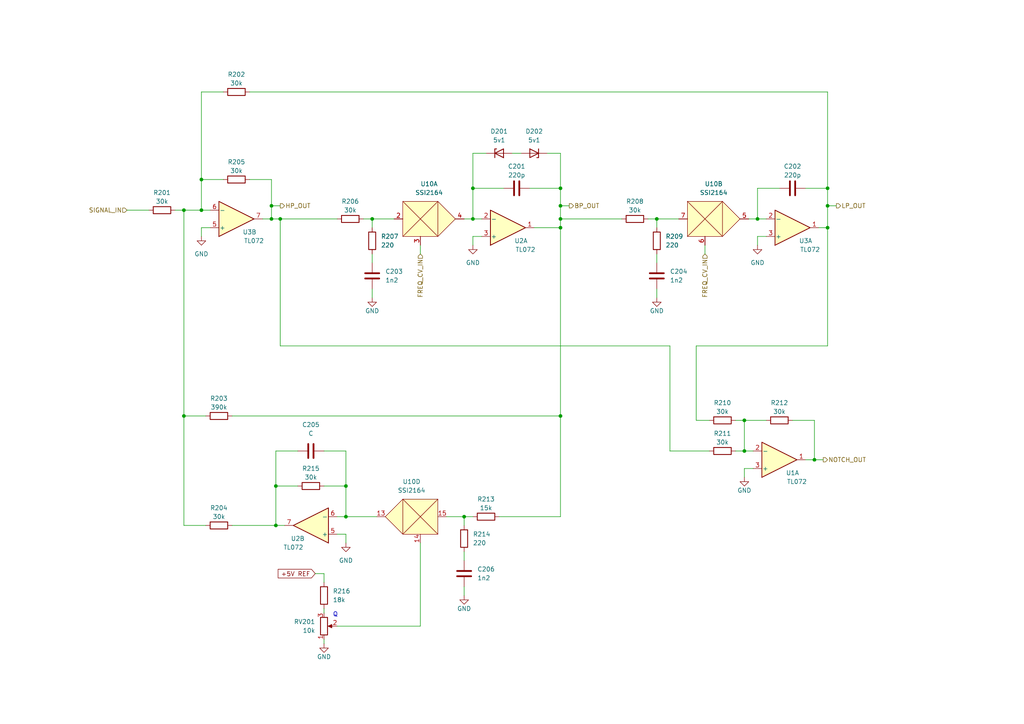
<source format=kicad_sch>
(kicad_sch (version 20211123) (generator eeschema)
  (paper "A4")
  (title_block (title "Josh Ox Ribbon Synth VCF/VCA board") (date "2022-06-16") (rev "0") (comment 1 "creativecommons.org/licenses/by/4.0/") (comment 2 "License: CC by 4.0") (comment 3 "Author: Jordan Aceto"))
  (lib_symbols
    (symbol "Amplifier_Operational:TL072" (pin_names (offset 0.127))
      (property "Reference" "U" (at 0 5.08 0))
      (property "Value" "TL072" (at 0 -5.08 0))
      (symbol "TL072_1_1"
        (polyline (pts (xy -5.08 5.08) (xy 5.08 0) (xy -5.08 -5.08) (xy -5.08 5.08)) (stroke (width 0.254)) (fill (type background)))
        (pin output line (at 7.62 0 180) (length 2.54) (name "~") (number "1"))
        (pin input line (at -7.62 -2.54 0) (length 2.54) (name "-") (number "2"))
        (pin input line (at -7.62 2.54 0) (length 2.54) (name "+") (number "3"))
      )
      (symbol "TL072_2_1"
        (polyline (pts (xy -5.08 5.08) (xy 5.08 0) (xy -5.08 -5.08) (xy -5.08 5.08)) (stroke (width 0.254)) (fill (type background)))
        (pin input line (at -7.62 2.54 0) (length 2.54) (name "+") (number "5"))
        (pin input line (at -7.62 -2.54 0) (length 2.54) (name "-") (number "6"))
        (pin output line (at 7.62 0 180) (length 2.54) (name "~") (number "7"))
      )
      (symbol "TL072_3_1"
        (pin power_in line (at -2.54 -7.62 90) (length 3.81) (name "V-") (number "4"))
        (pin power_in line (at -2.54 7.62 270) (length 3.81) (name "V+") (number "8"))
      )
    )
    (symbol "Device:C" (pin_numbers hide) (pin_names (offset 0.254))
      (property "Reference" "C" (at 0.635 2.54 0))
      (property "Value" "C" (at 0.635 -2.54 0))
      (symbol "C_0_1"
        (polyline (pts (xy -2.032 -0.762) (xy 2.032 -0.762)) (stroke (width 0.508)))
        (polyline (pts (xy -2.032 0.762) (xy 2.032 0.762)) (stroke (width 0.508)))
      )
      (symbol "C_1_1"
        (pin passive line (at 0 3.81 270) (length 2.794) (name "~") (number "1"))
        (pin passive line (at 0 -3.81 90) (length 2.794) (name "~") (number "2"))
      )
    )
    (symbol "Device:D_Zener" (pin_numbers hide) (pin_names (offset 1.016) hide)
      (property "Reference" "D" (at 0 2.54 0))
      (property "Value" "D_Zener" (at 0 -2.54 0))
      (symbol "D_Zener_0_1"
        (polyline (pts (xy 1.27 0) (xy -1.27 0)))
        (polyline (pts (xy -1.27 -1.27) (xy -1.27 1.27) (xy -0.762 1.27)) (stroke (width 0.254)))
        (polyline (pts (xy 1.27 -1.27) (xy 1.27 1.27) (xy -1.27 0) (xy 1.27 -1.27)) (stroke (width 0.254)))
      )
      (symbol "D_Zener_1_1"
        (pin passive line (at -3.81 0 0) (length 2.54) (name "K") (number "1"))
        (pin passive line (at 3.81 0 180) (length 2.54) (name "A") (number "2"))
      )
    )
    (symbol "Device:R" (pin_numbers hide) (pin_names (offset 0))
      (property "Reference" "R" (at 2.032 0 90))
      (property "Value" "R" (at 0 0 90))
      (symbol "R_0_1"
        (rectangle (start -1.016 -2.54) (end 1.016 2.54) (stroke (width 0.254)))
      )
      (symbol "R_1_1"
        (pin passive line (at 0 3.81 270) (length 1.27) (name "~") (number "1"))
        (pin passive line (at 0 -3.81 90) (length 1.27) (name "~") (number "2"))
      )
    )
    (symbol "Device:R_Potentiometer" (pin_names (offset 1.016) hide)
      (property "Reference" "RV" (at -4.445 0 90))
      (property "Value" "R_Potentiometer" (at -2.54 0 90))
      (symbol "R_Potentiometer_0_1"
        (polyline (pts (xy 2.54 0) (xy 1.524 0)))
        (polyline (pts (xy 1.143 0) (xy 2.286 0.508) (xy 2.286 -0.508) (xy 1.143 0)) (fill (type outline)))
        (rectangle (start 1.016 2.54) (end -1.016 -2.54) (stroke (width 0.254)))
      )
      (symbol "R_Potentiometer_1_1"
        (pin passive line (at 0 3.81 270) (length 1.27) (name "1") (number "1"))
        (pin passive line (at 3.81 0 180) (length 1.27) (name "2") (number "2"))
        (pin passive line (at 0 -3.81 90) (length 1.27) (name "3") (number "3"))
      )
    )
    (symbol "custom_symbols:SSI2164" (pin_names (offset 1.016))
      (property "Reference" "U?" (at 0 10.16 0))
      (property "Value" "SSI2164" (at 0 7.62 0))
      (symbol "SSI2164_1_1"
        (rectangle (start -5.08 5.08) (end 5.08 -5.08) (fill (type background)))
        (polyline (pts (xy 5.08 5.08) (xy -5.08 -5.08)))
        (polyline (pts (xy 5.08 5.08) (xy 10.16 0) (xy 5.08 -5.08) (xy -5.08 5.08)) (fill (type background)))
        (pin input line (at -7.62 0 0) (length 2.54) (name "~") (number "2"))
        (pin input line (at 0 -7.62 90) (length 2.54) (name "~") (number "3"))
        (pin output line (at 12.7 0 180) (length 2.54) (name "~") (number "4"))
      )
      (symbol "SSI2164_2_1"
        (rectangle (start -5.08 5.08) (end 5.08 -5.08) (fill (type background)))
        (polyline (pts (xy 5.08 5.08) (xy -5.08 -5.08)))
        (polyline (pts (xy 5.08 5.08) (xy 10.16 0) (xy 5.08 -5.08) (xy -5.08 5.08)) (fill (type background)))
        (pin output line (at 12.7 0 180) (length 2.54) (name "~") (number "5"))
        (pin input line (at 0 -7.62 90) (length 2.54) (name "~") (number "6"))
        (pin input line (at -7.62 0 0) (length 2.54) (name "~") (number "7"))
      )
      (symbol "SSI2164_3_1"
        (rectangle (start -5.08 5.08) (end 5.08 -5.08) (fill (type background)))
        (polyline (pts (xy 5.08 5.08) (xy -5.08 -5.08)))
        (polyline (pts (xy 5.08 5.08) (xy 10.16 0) (xy 5.08 -5.08) (xy -5.08 5.08)) (fill (type background)))
        (pin input line (at -7.62 0 0) (length 2.54) (name "~") (number "10"))
        (pin input line (at 0 -7.62 90) (length 2.54) (name "~") (number "11"))
        (pin output line (at 12.7 0 180) (length 2.54) (name "~") (number "12"))
      )
      (symbol "SSI2164_4_1"
        (rectangle (start -5.08 5.08) (end 5.08 -5.08) (fill (type background)))
        (polyline (pts (xy 5.08 5.08) (xy -5.08 -5.08)))
        (polyline (pts (xy 5.08 5.08) (xy 10.16 0) (xy 5.08 -5.08) (xy -5.08 5.08)) (fill (type background)))
        (pin output line (at 12.7 0 180) (length 2.54) (name "~") (number "13"))
        (pin input line (at 0 -7.62 90) (length 2.54) (name "~") (number "14"))
        (pin input line (at -7.62 0 0) (length 2.54) (name "~") (number "15"))
      )
      (symbol "SSI2164_5_1"
        (pin input line (at 2.54 -10.16 180) (length 2.54) (name "mode") (number "1"))
        (pin power_in line (at 2.54 5.08 180) (length 2.54) (name "V+") (number "16"))
        (pin power_in line (at 2.54 0 180) (length 2.54) (name "gnd") (number "8"))
        (pin power_in line (at 2.54 -5.08 180) (length 2.54) (name "V-") (number "9"))
      )
    )
    (symbol "power:GND" (power) (pin_names (offset 0))
      (property "Value" "GND" (at 0 -3.81 0))
      (symbol "GND_0_1"
        (polyline (pts (xy 0 0) (xy 0 -1.27) (xy 1.27 -1.27) (xy 0 -2.54) (xy -1.27 -1.27) (xy 0 -1.27)))
      )
      (symbol "GND_1_1"
        (pin power_in line (at 0 0 270) (length 0) hide (name "GND") (number "1"))
      )
    )
  )
  (junction (at 78.74 63.5))
  (junction (at 58.42 60.96))
  (junction (at 80.01 152.4))
  (junction (at 107.95 63.5))
  (junction (at 162.56 63.5))
  (junction (at 215.9 121.92))
  (junction (at 215.9 130.81))
  (junction (at 240.03 66.04))
  (junction (at 162.56 66.04))
  (junction (at 100.33 149.86))
  (junction (at 81.28 63.5))
  (junction (at 58.42 52.07))
  (junction (at 80.01 140.97))
  (junction (at 134.62 149.86))
  (junction (at 162.56 54.61))
  (junction (at 162.56 120.65))
  (junction (at 240.03 59.69))
  (junction (at 100.33 140.97))
  (junction (at 240.03 54.61))
  (junction (at 78.74 59.69))
  (junction (at 190.5 63.5))
  (junction (at 137.16 63.5))
  (junction (at 236.22 133.35))
  (junction (at 162.56 59.69))
  (junction (at 53.34 120.65))
  (junction (at 53.34 60.96))
  (junction (at 219.71 63.5))
  (junction (at 137.16 54.61))
  (wire (pts (xy 190.5 73.66) (xy 190.5 76.2)))
  (wire (pts (xy 78.74 59.69) (xy 81.28 59.69)))
  (wire (pts (xy 153.67 54.61) (xy 162.56 54.61)))
  (wire (pts (xy 129.54 149.86) (xy 134.62 149.86)))
  (wire (pts (xy 162.56 44.45) (xy 162.56 54.61)))
  (wire (pts (xy 162.56 66.04) (xy 162.56 63.5)))
  (wire (pts (xy 58.42 68.58) (xy 58.42 66.04)))
  (wire (pts (xy 219.71 54.61) (xy 226.06 54.61)))
  (wire (pts (xy 137.16 54.61) (xy 146.05 54.61)))
  (wire (pts (xy 162.56 120.65) (xy 162.56 149.86)))
  (wire (pts (xy 236.22 133.35) (xy 238.76 133.35)))
  (wire (pts (xy 58.42 60.96) (xy 58.42 52.07)))
  (wire (pts (xy 97.79 181.61) (xy 121.92 181.61)))
  (wire (pts (xy 78.74 63.5) (xy 81.28 63.5)))
  (wire (pts (xy 58.42 26.67) (xy 58.42 52.07)))
  (wire (pts (xy 36.83 60.96) (xy 43.18 60.96)))
  (wire (pts (xy 53.34 120.65) (xy 59.69 120.65)))
  (wire (pts (xy 134.62 149.86) (xy 137.16 149.86)))
  (wire (pts (xy 240.03 54.61) (xy 240.03 26.67)))
  (wire (pts (xy 233.68 133.35) (xy 236.22 133.35)))
  (wire (pts (xy 222.25 63.5) (xy 219.71 63.5)))
  (wire (pts (xy 107.95 63.5) (xy 114.3 63.5)))
  (wire (pts (xy 201.93 121.92) (xy 201.93 100.33)))
  (wire (pts (xy 80.01 152.4) (xy 67.31 152.4)))
  (wire (pts (xy 215.9 121.92) (xy 222.25 121.92)))
  (wire (pts (xy 107.95 66.04) (xy 107.95 63.5)))
  (wire (pts (xy 107.95 73.66) (xy 107.95 76.2)))
  (wire (pts (xy 217.17 63.5) (xy 219.71 63.5)))
  (wire (pts (xy 215.9 135.89) (xy 218.44 135.89)))
  (wire (pts (xy 134.62 160.02) (xy 134.62 162.56)))
  (wire (pts (xy 58.42 60.96) (xy 60.96 60.96)))
  (wire (pts (xy 53.34 120.65) (xy 53.34 152.4)))
  (wire (pts (xy 134.62 170.18) (xy 134.62 172.72)))
  (wire (pts (xy 78.74 52.07) (xy 72.39 52.07)))
  (wire (pts (xy 78.74 63.5) (xy 78.74 59.69)))
  (wire (pts (xy 139.7 63.5) (xy 137.16 63.5)))
  (wire (pts (xy 190.5 83.82) (xy 190.5 86.36)))
  (wire (pts (xy 213.36 130.81) (xy 215.9 130.81)))
  (wire (pts (xy 93.98 176.53) (xy 93.98 177.8)))
  (wire (pts (xy 134.62 63.5) (xy 137.16 63.5)))
  (wire (pts (xy 59.69 152.4) (xy 53.34 152.4)))
  (wire (pts (xy 190.5 63.5) (xy 196.85 63.5)))
  (wire (pts (xy 219.71 71.12) (xy 219.71 68.58)))
  (wire (pts (xy 80.01 140.97) (xy 86.36 140.97)))
  (wire (pts (xy 100.33 157.48) (xy 100.33 154.94)))
  (wire (pts (xy 107.95 63.5) (xy 105.41 63.5)))
  (wire (pts (xy 137.16 71.12) (xy 137.16 68.58)))
  (wire (pts (xy 81.28 63.5) (xy 97.79 63.5)))
  (wire (pts (xy 121.92 157.48) (xy 121.92 181.61)))
  (wire (pts (xy 205.74 121.92) (xy 201.93 121.92)))
  (wire (pts (xy 233.68 54.61) (xy 240.03 54.61)))
  (wire (pts (xy 162.56 66.04) (xy 162.56 120.65)))
  (wire (pts (xy 100.33 140.97) (xy 93.98 140.97)))
  (wire (pts (xy 76.2 63.5) (xy 78.74 63.5)))
  (wire (pts (xy 236.22 133.35) (xy 236.22 121.92)))
  (wire (pts (xy 80.01 152.4) (xy 80.01 140.97)))
  (wire (pts (xy 190.5 63.5) (xy 187.96 63.5)))
  (wire (pts (xy 97.79 149.86) (xy 100.33 149.86)))
  (wire (pts (xy 93.98 166.37) (xy 93.98 168.91)))
  (wire (pts (xy 100.33 149.86) (xy 109.22 149.86)))
  (wire (pts (xy 190.5 66.04) (xy 190.5 63.5)))
  (wire (pts (xy 58.42 26.67) (xy 64.77 26.67)))
  (wire (pts (xy 121.92 71.12) (xy 121.92 73.66)))
  (wire (pts (xy 215.9 135.89) (xy 215.9 138.43)))
  (wire (pts (xy 58.42 52.07) (xy 64.77 52.07)))
  (wire (pts (xy 78.74 59.69) (xy 78.74 52.07)))
  (wire (pts (xy 82.55 152.4) (xy 80.01 152.4)))
  (wire (pts (xy 100.33 149.86) (xy 100.33 140.97)))
  (wire (pts (xy 137.16 44.45) (xy 137.16 54.61)))
  (wire (pts (xy 97.79 154.94) (xy 100.33 154.94)))
  (wire (pts (xy 81.28 63.5) (xy 81.28 100.33)))
  (wire (pts (xy 215.9 130.81) (xy 218.44 130.81)))
  (wire (pts (xy 67.31 120.65) (xy 162.56 120.65)))
  (wire (pts (xy 240.03 59.69) (xy 240.03 66.04)))
  (wire (pts (xy 219.71 68.58) (xy 222.25 68.58)))
  (wire (pts (xy 162.56 59.69) (xy 165.1 59.69)))
  (wire (pts (xy 107.95 83.82) (xy 107.95 86.36)))
  (wire (pts (xy 100.33 130.81) (xy 100.33 140.97)))
  (wire (pts (xy 148.59 44.45) (xy 151.13 44.45)))
  (wire (pts (xy 162.56 59.69) (xy 162.56 54.61)))
  (wire (pts (xy 162.56 149.86) (xy 144.78 149.86)))
  (wire (pts (xy 194.31 130.81) (xy 205.74 130.81)))
  (wire (pts (xy 215.9 130.81) (xy 215.9 121.92)))
  (wire (pts (xy 194.31 100.33) (xy 194.31 130.81)))
  (wire (pts (xy 240.03 54.61) (xy 240.03 59.69)))
  (wire (pts (xy 240.03 59.69) (xy 242.57 59.69)))
  (wire (pts (xy 137.16 68.58) (xy 139.7 68.58)))
  (wire (pts (xy 204.47 71.12) (xy 204.47 73.66)))
  (wire (pts (xy 72.39 26.67) (xy 240.03 26.67)))
  (wire (pts (xy 154.94 66.04) (xy 162.56 66.04)))
  (wire (pts (xy 58.42 66.04) (xy 60.96 66.04)))
  (wire (pts (xy 93.98 130.81) (xy 100.33 130.81)))
  (wire (pts (xy 81.28 100.33) (xy 194.31 100.33)))
  (wire (pts (xy 53.34 60.96) (xy 58.42 60.96)))
  (wire (pts (xy 80.01 130.81) (xy 80.01 140.97)))
  (wire (pts (xy 93.98 186.69) (xy 93.98 185.42)))
  (wire (pts (xy 162.56 63.5) (xy 180.34 63.5)))
  (wire (pts (xy 86.36 130.81) (xy 80.01 130.81)))
  (wire (pts (xy 201.93 100.33) (xy 240.03 100.33)))
  (wire (pts (xy 162.56 63.5) (xy 162.56 59.69)))
  (wire (pts (xy 50.8 60.96) (xy 53.34 60.96)))
  (wire (pts (xy 53.34 60.96) (xy 53.34 120.65)))
  (wire (pts (xy 213.36 121.92) (xy 215.9 121.92)))
  (wire (pts (xy 134.62 149.86) (xy 134.62 152.4)))
  (wire (pts (xy 219.71 63.5) (xy 219.71 54.61)))
  (wire (pts (xy 229.87 121.92) (xy 236.22 121.92)))
  (wire (pts (xy 237.49 66.04) (xy 240.03 66.04)))
  (wire (pts (xy 158.75 44.45) (xy 162.56 44.45)))
  (wire (pts (xy 240.03 100.33) (xy 240.03 66.04)))
  (wire (pts (xy 137.16 63.5) (xy 137.16 54.61)))
  (wire (pts (xy 91.44 166.37) (xy 93.98 166.37)))
  (wire (pts (xy 140.97 44.45) (xy 137.16 44.45)))
  (text "Q" (at 96.52 179.07 0) (effects (font (size 1.27 1.27)) (justify left bottom)))
  (global_label "+5V REF" (shape input) (at 91.44 166.37 180) (property "Intersheet References" "${INTERSHEET_REFS}" (effects hide)))
  (hierarchical_label "SIGNAL_IN" (shape input) (at 36.83 60.96 180))
  (hierarchical_label "FREQ_CV_IN" (shape input) (at 121.92 73.66 270))
  (hierarchical_label "BP_OUT" (shape output) (at 165.1 59.69 0))
  (hierarchical_label "HP_OUT" (shape output) (at 81.28 59.69 0))
  (hierarchical_label "FREQ_CV_IN" (shape input) (at 204.47 73.66 270))
  (hierarchical_label "NOTCH_OUT" (shape output) (at 238.76 133.35 0))
  (hierarchical_label "LP_OUT" (shape output) (at 242.57 59.69 0))
  (symbol (lib_id "Device:R") (at 93.98 172.72 0) (unit 1)
    (property "Reference" "R216" (at 96.52 171.4499 0) (effects (justify left)))
    (property "Value" "18k" (at 96.52 173.9899 0) (effects (justify left)))
    (property "Footprint" "Resistor_SMD:R_0805_2012Metric" (effects hide))
  )
  (symbol (lib_id "power:GND") (at 58.42 68.58 0) (unit 1)
    (property "Reference" "#PWR0201" (effects hide))
    (property "Value" "GND" (at 58.42 73.66 0))
  )
  (symbol (lib_id "power:GND") (at 93.98 186.69 0) (unit 1)
    (property "Reference" "#PWR0209" (effects hide))
    (property "Value" "GND" (at 93.98 190.5 0))
  )
  (symbol (lib_id "Device:C") (at 190.5 80.01 0) (unit 1)
    (property "Reference" "C204" (at 194.31 78.7399 0) (effects (justify left)))
    (property "Value" "1n2" (at 194.31 81.2799 0) (effects (justify left)))
    (property "Footprint" "Capacitor_SMD:C_0805_2012Metric" (effects hide))
  )
  (symbol (lib_id "Amplifier_Operational:TL072") (at 147.32 66.04 0) (mirror x) (unit 1)
    (property "Reference" "U2" (at 151.13 69.85 0))
    (property "Value" "TL072" (at 152.4 72.39 0))
    (property "Footprint" "Package_SO:SO-8_5.3x6.2mm_P1.27mm" (effects hide))
    (property "Datasheet" "http://www.ti.com/lit/ds/symlink/tl071.pdf" (effects hide))
  )
  (symbol (lib_id "Device:R") (at 63.5 120.65 90) (unit 1)
    (property "Reference" "R203" (at 63.5 115.57 90))
    (property "Value" "390k" (at 63.5 118.11 90))
    (property "Footprint" "Resistor_SMD:R_0805_2012Metric" (effects hide))
  )
  (symbol (lib_id "Amplifier_Operational:TL072") (at 90.17 152.4 180) (unit 2)
    (property "Reference" "U2" (at 86.36 156.21 0))
    (property "Value" "TL072" (at 85.09 158.75 0))
    (property "Footprint" "Package_SO:SO-8_5.3x6.2mm_P1.27mm" (effects hide))
    (property "Datasheet" "http://www.ti.com/lit/ds/symlink/tl071.pdf" (effects hide))
  )
  (symbol (lib_id "power:GND") (at 137.16 71.12 0) (unit 1)
    (property "Reference" "#PWR0202" (effects hide))
    (property "Value" "GND" (at 137.16 76.2 0))
  )
  (symbol (lib_id "Device:R") (at 63.5 152.4 90) (unit 1)
    (property "Reference" "R204" (at 63.5 147.32 90))
    (property "Value" "30k" (at 63.5 149.86 90))
    (property "Footprint" "Resistor_SMD:R_0805_2012Metric" (effects hide))
  )
  (symbol (lib_id "custom_symbols:SSI2164") (at 121.92 149.86 0) (mirror y) (unit 4)
    (property "Reference" "U10" (at 119.38 139.7 0))
    (property "Value" "SSI2164" (at 119.38 142.24 0))
    (property "Footprint" "Package_SO:SOIC-16_3.9x9.9mm_P1.27mm" (effects hide))
    (property "Datasheet" "https://www.soundsemiconductor.com/downloads/ssi2164datasheet.pdf" (effects hide))
  )
  (symbol (lib_id "Device:C") (at 149.86 54.61 90) (unit 1)
    (property "Reference" "C201" (at 149.86 48.26 90))
    (property "Value" "220p" (at 149.86 50.8 90))
    (property "Footprint" "Capacitor_THT:C_Rect_L7.2mm_W4.5mm_P5.00mm_FKS2_FKP2_MKS2_MKP2" (effects hide))
  )
  (symbol (lib_id "Device:R") (at 68.58 52.07 90) (unit 1)
    (property "Reference" "R205" (at 68.58 46.99 90))
    (property "Value" "30k" (at 68.58 49.53 90))
    (property "Footprint" "Resistor_SMD:R_0805_2012Metric" (effects hide))
  )
  (symbol (lib_id "Device:R") (at 46.99 60.96 90) (unit 1)
    (property "Reference" "R201" (at 46.99 55.88 90))
    (property "Value" "30k" (at 46.99 58.42 90))
    (property "Footprint" "Resistor_SMD:R_0805_2012Metric" (effects hide))
  )
  (symbol (lib_id "Device:R") (at 107.95 69.85 0) (unit 1)
    (property "Reference" "R207" (at 110.49 68.5799 0) (effects (justify left)))
    (property "Value" "220" (at 110.49 71.1199 0) (effects (justify left)))
    (property "Footprint" "Resistor_SMD:R_0805_2012Metric" (effects hide))
  )
  (symbol (lib_id "Amplifier_Operational:TL072") (at 229.87 66.04 0) (mirror x) (unit 1)
    (property "Reference" "U3" (at 233.68 69.85 0))
    (property "Value" "TL072" (at 234.95 72.39 0))
    (property "Footprint" "Package_SO:SO-8_5.3x6.2mm_P1.27mm" (effects hide))
    (property "Datasheet" "http://www.ti.com/lit/ds/symlink/tl071.pdf" (effects hide))
  )
  (symbol (lib_id "Device:R") (at 68.58 26.67 90) (unit 1)
    (property "Reference" "R202" (at 68.58 21.59 90))
    (property "Value" "30k" (at 68.58 24.13 90))
    (property "Footprint" "Resistor_SMD:R_0805_2012Metric" (effects hide))
  )
  (symbol (lib_id "Device:R") (at 101.6 63.5 90) (unit 1)
    (property "Reference" "R206" (at 101.6 58.42 90))
    (property "Value" "30k" (at 101.6 60.96 90))
    (property "Footprint" "Resistor_SMD:R_0805_2012Metric" (effects hide))
  )
  (symbol (lib_id "power:GND") (at 190.5 86.36 0) (unit 1)
    (property "Reference" "#PWR0205" (effects hide))
    (property "Value" "GND" (at 190.5 90.17 0))
  )
  (symbol (lib_id "power:GND") (at 107.95 86.36 0) (unit 1)
    (property "Reference" "#PWR0204" (effects hide))
    (property "Value" "GND" (at 107.95 90.17 0))
  )
  (symbol (lib_id "Device:C") (at 229.87 54.61 90) (unit 1)
    (property "Reference" "C202" (at 229.87 48.26 90))
    (property "Value" "220p" (at 229.87 50.8 90))
    (property "Footprint" "Capacitor_THT:C_Rect_L7.2mm_W4.5mm_P5.00mm_FKS2_FKP2_MKS2_MKP2" (effects hide))
  )
  (symbol (lib_id "Device:C") (at 90.17 130.81 90) (unit 1)
    (property "Reference" "C205" (at 90.17 123.19 90))
    (property "Value" "C" (at 90.17 125.73 90))
    (property "Footprint" "Capacitor_SMD:C_0805_2012Metric" (effects hide))
  )
  (symbol (lib_id "power:GND") (at 100.33 157.48 0) (mirror y) (unit 1)
    (property "Reference" "#PWR0206" (effects hide))
    (property "Value" "~" (at 100.33 162.56 0))
  )
  (symbol (lib_id "Device:R") (at 184.15 63.5 90) (unit 1)
    (property "Reference" "R208" (at 184.15 58.42 90))
    (property "Value" "30k" (at 184.15 60.96 90))
    (property "Footprint" "Resistor_SMD:R_0805_2012Metric" (effects hide))
  )
  (symbol (lib_id "power:GND") (at 219.71 71.12 0) (unit 1)
    (property "Reference" "#PWR0203" (effects hide))
    (property "Value" "GND" (at 219.71 76.2 0))
  )
  (symbol (lib_id "Device:C") (at 107.95 80.01 0) (unit 1)
    (property "Reference" "C203" (at 111.76 78.7399 0) (effects (justify left)))
    (property "Value" "1n2" (at 111.76 81.2799 0) (effects (justify left)))
    (property "Footprint" "Capacitor_SMD:C_0805_2012Metric" (effects hide))
  )
  (symbol (lib_id "Device:C") (at 134.62 166.37 0) (unit 1)
    (property "Reference" "C206" (at 138.43 165.0999 0) (effects (justify left)))
    (property "Value" "1n2" (at 138.43 167.6399 0) (effects (justify left)))
    (property "Footprint" "Capacitor_SMD:C_0805_2012Metric" (effects hide))
  )
  (symbol (lib_id "Device:R") (at 209.55 121.92 90) (unit 1)
    (property "Reference" "R210" (at 209.55 116.84 90))
    (property "Value" "30k" (at 209.55 119.38 90))
    (property "Footprint" "Resistor_SMD:R_0805_2012Metric" (effects hide))
  )
  (symbol (lib_id "Amplifier_Operational:TL072") (at 68.58 63.5 0) (mirror x) (unit 2)
    (property "Reference" "U3" (at 72.39 67.31 0))
    (property "Value" "TL072" (at 73.66 69.85 0))
    (property "Footprint" "Package_SO:SO-8_5.3x6.2mm_P1.27mm" (effects hide))
    (property "Datasheet" "http://www.ti.com/lit/ds/symlink/tl071.pdf" (effects hide))
  )
  (symbol (lib_id "custom_symbols:SSI2164") (at 121.92 63.5 0) (unit 1)
    (property "Reference" "U10" (at 124.46 53.34 0))
    (property "Value" "SSI2164" (at 124.46 55.88 0))
    (property "Footprint" "Package_SO:SOIC-16_3.9x9.9mm_P1.27mm" (effects hide))
    (property "Datasheet" "https://www.soundsemiconductor.com/downloads/ssi2164datasheet.pdf" (effects hide))
  )
  (symbol (lib_id "Device:R") (at 190.5 69.85 0) (unit 1)
    (property "Reference" "R209" (at 193.04 68.5799 0) (effects (justify left)))
    (property "Value" "220" (at 193.04 71.1199 0) (effects (justify left)))
    (property "Footprint" "Resistor_SMD:R_0805_2012Metric" (effects hide))
  )
  (symbol (lib_id "Device:R") (at 134.62 156.21 0) (unit 1)
    (property "Reference" "R214" (at 137.16 154.9399 0) (effects (justify left)))
    (property "Value" "220" (at 137.16 157.4799 0) (effects (justify left)))
    (property "Footprint" "Resistor_SMD:R_0805_2012Metric" (effects hide))
  )
  (symbol (lib_id "Device:D_Zener") (at 144.78 44.45 0) (unit 1)
    (property "Reference" "D201" (at 144.78 38.1 0))
    (property "Value" "5v1" (at 144.78 40.64 0))
    (property "Footprint" "Diode_SMD:D_SOD-123" (effects hide))
  )
  (symbol (lib_id "Device:R") (at 209.55 130.81 90) (unit 1)
    (property "Reference" "R211" (at 209.55 125.73 90))
    (property "Value" "30k" (at 209.55 128.27 90))
    (property "Footprint" "Resistor_SMD:R_0805_2012Metric" (effects hide))
  )
  (symbol (lib_id "Device:R") (at 226.06 121.92 90) (unit 1)
    (property "Reference" "R212" (at 226.06 116.84 90))
    (property "Value" "30k" (at 226.06 119.38 90))
    (property "Footprint" "Resistor_SMD:R_0805_2012Metric" (effects hide))
  )
  (symbol (lib_id "Device:R_Potentiometer") (at 93.98 181.61 0) (mirror x) (unit 1)
    (property "Reference" "RV201" (at 91.44 180.3399 0) (effects (justify right)))
    (property "Value" "10k" (at 91.44 182.8799 0) (effects (justify right)))
    (property "Footprint" "Potentiometer_THT:Potentiometer_Alpha_RD901F-40-00D_Single_Vertical" (effects hide))
  )
  (symbol (lib_id "Device:D_Zener") (at 154.94 44.45 180) (unit 1)
    (property "Reference" "D202" (at 154.94 38.1 0))
    (property "Value" "5v1" (at 154.94 40.64 0))
    (property "Footprint" "Diode_SMD:D_SOD-123" (effects hide))
  )
  (symbol (lib_id "custom_symbols:SSI2164") (at 204.47 63.5 0) (unit 2)
    (property "Reference" "U10" (at 207.01 53.34 0))
    (property "Value" "SSI2164" (at 207.01 55.88 0))
    (property "Footprint" "Package_SO:SOIC-16_3.9x9.9mm_P1.27mm" (effects hide))
    (property "Datasheet" "https://www.soundsemiconductor.com/downloads/ssi2164datasheet.pdf" (effects hide))
  )
  (symbol (lib_id "Device:R") (at 90.17 140.97 270) (mirror x) (unit 1)
    (property "Reference" "R215" (at 90.17 135.89 90))
    (property "Value" "30k" (at 90.17 138.43 90))
    (property "Footprint" "Resistor_SMD:R_0805_2012Metric" (effects hide))
  )
  (symbol (lib_id "Device:R") (at 140.97 149.86 90) (unit 1)
    (property "Reference" "R213" (at 140.97 144.78 90))
    (property "Value" "15k" (at 140.97 147.32 90))
    (property "Footprint" "Resistor_SMD:R_0805_2012Metric" (effects hide))
  )
  (symbol (lib_id "power:GND") (at 134.62 172.72 0) (unit 1)
    (property "Reference" "#PWR0207" (effects hide))
    (property "Value" "GND" (at 134.62 176.53 0))
  )
  (symbol (lib_id "Amplifier_Operational:TL072") (at 226.06 133.35 0) (mirror x) (unit 1)
    (property "Reference" "U1" (at 229.87 137.16 0))
    (property "Value" "TL072" (at 231.14 139.7 0))
    (property "Footprint" "Package_SO:SO-8_5.3x6.2mm_P1.27mm" (effects hide))
    (property "Datasheet" "http://www.ti.com/lit/ds/symlink/tl071.pdf" (effects hide))
  )
  (symbol (lib_id "power:GND") (at 215.9 138.43 0) (unit 1)
    (property "Reference" "#PWR0208" (effects hide))
    (property "Value" "GND" (at 215.9 142.24 0))
  )
)
</source>
